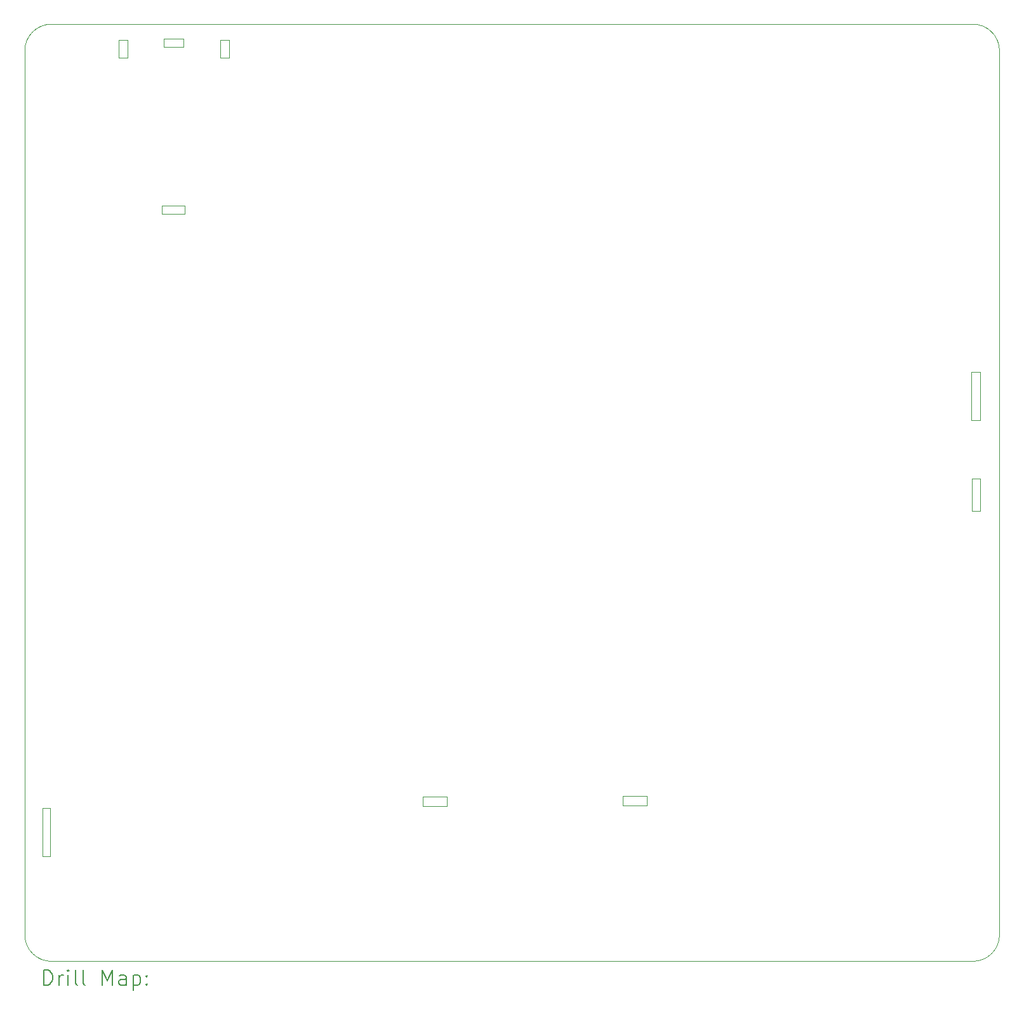
<source format=gbr>
%TF.GenerationSoftware,KiCad,Pcbnew,7.0.7*%
%TF.CreationDate,2023-09-20T17:37:38+02:00*%
%TF.ProjectId,PCE,5043452e-6b69-4636-9164-5f7063625858,rev?*%
%TF.SameCoordinates,Original*%
%TF.FileFunction,Drillmap*%
%TF.FilePolarity,Positive*%
%FSLAX45Y45*%
G04 Gerber Fmt 4.5, Leading zero omitted, Abs format (unit mm)*
G04 Created by KiCad (PCBNEW 7.0.7) date 2023-09-20 17:37:38*
%MOMM*%
%LPD*%
G01*
G04 APERTURE LIST*
%ADD10C,0.100000*%
%ADD11C,0.200000*%
G04 APERTURE END LIST*
D10*
X21342500Y-3129024D02*
X9077835Y-3128689D01*
X11317000Y-3339000D02*
X11433000Y-3339000D01*
X11433000Y-3575000D01*
X11317000Y-3575000D01*
X11317000Y-3339000D01*
X10538000Y-5550000D02*
X10843000Y-5550000D01*
X10843000Y-5662000D01*
X10538000Y-5662000D01*
X10538000Y-5550000D01*
X10568000Y-3322000D02*
X10831000Y-3322000D01*
X10831000Y-3431000D01*
X10568000Y-3431000D01*
X10568000Y-3322000D01*
X21336000Y-7771000D02*
X21456240Y-7771000D01*
X21456240Y-8414000D01*
X21336000Y-8414000D01*
X21336000Y-7771000D01*
X9077835Y-3128690D02*
G75*
G03*
X8710335Y-3496189I-12835J-354665D01*
G01*
X21710000Y-15260854D02*
X21710000Y-3496524D01*
X21709996Y-3496524D02*
G75*
G03*
X21342500Y-3129024I-354666J12834D01*
G01*
X21342500Y-15628360D02*
G75*
G03*
X21710000Y-15260854I12830J354670D01*
G01*
X8710335Y-3496189D02*
X8710670Y-15260854D01*
X8710665Y-15260854D02*
G75*
G03*
X9078170Y-15628354I354665J-12836D01*
G01*
X16689820Y-13426440D02*
X17005820Y-13426440D01*
X17005820Y-13553440D01*
X16689820Y-13553440D01*
X16689820Y-13426440D01*
X9078170Y-15628354D02*
X21342500Y-15628354D01*
X14022300Y-13434060D02*
X14338300Y-13434060D01*
X14338300Y-13556060D01*
X14022300Y-13556060D01*
X14022300Y-13434060D01*
X9962000Y-3339000D02*
X10078000Y-3339000D01*
X10078000Y-3575000D01*
X9962000Y-3575000D01*
X9962000Y-3339000D01*
X21343000Y-9192000D02*
X21455000Y-9192000D01*
X21455000Y-9621000D01*
X21343000Y-9621000D01*
X21343000Y-9192000D01*
X8948000Y-13586000D02*
X9053000Y-13586000D01*
X9053000Y-14229000D01*
X8948000Y-14229000D01*
X8948000Y-13586000D01*
D11*
X8965880Y-15945076D02*
X8965880Y-15745076D01*
X8965880Y-15745076D02*
X9013499Y-15745076D01*
X9013499Y-15745076D02*
X9042070Y-15754600D01*
X9042070Y-15754600D02*
X9061118Y-15773647D01*
X9061118Y-15773647D02*
X9070641Y-15792695D01*
X9070641Y-15792695D02*
X9080165Y-15830790D01*
X9080165Y-15830790D02*
X9080165Y-15859362D01*
X9080165Y-15859362D02*
X9070641Y-15897457D01*
X9070641Y-15897457D02*
X9061118Y-15916504D01*
X9061118Y-15916504D02*
X9042070Y-15935552D01*
X9042070Y-15935552D02*
X9013499Y-15945076D01*
X9013499Y-15945076D02*
X8965880Y-15945076D01*
X9165880Y-15945076D02*
X9165880Y-15811743D01*
X9165880Y-15849838D02*
X9175403Y-15830790D01*
X9175403Y-15830790D02*
X9184927Y-15821266D01*
X9184927Y-15821266D02*
X9203975Y-15811743D01*
X9203975Y-15811743D02*
X9223022Y-15811743D01*
X9289689Y-15945076D02*
X9289689Y-15811743D01*
X9289689Y-15745076D02*
X9280165Y-15754600D01*
X9280165Y-15754600D02*
X9289689Y-15764124D01*
X9289689Y-15764124D02*
X9299213Y-15754600D01*
X9299213Y-15754600D02*
X9289689Y-15745076D01*
X9289689Y-15745076D02*
X9289689Y-15764124D01*
X9413499Y-15945076D02*
X9394451Y-15935552D01*
X9394451Y-15935552D02*
X9384927Y-15916504D01*
X9384927Y-15916504D02*
X9384927Y-15745076D01*
X9518260Y-15945076D02*
X9499213Y-15935552D01*
X9499213Y-15935552D02*
X9489689Y-15916504D01*
X9489689Y-15916504D02*
X9489689Y-15745076D01*
X9746832Y-15945076D02*
X9746832Y-15745076D01*
X9746832Y-15745076D02*
X9813499Y-15887933D01*
X9813499Y-15887933D02*
X9880165Y-15745076D01*
X9880165Y-15745076D02*
X9880165Y-15945076D01*
X10061118Y-15945076D02*
X10061118Y-15840314D01*
X10061118Y-15840314D02*
X10051594Y-15821266D01*
X10051594Y-15821266D02*
X10032546Y-15811743D01*
X10032546Y-15811743D02*
X9994451Y-15811743D01*
X9994451Y-15811743D02*
X9975403Y-15821266D01*
X10061118Y-15935552D02*
X10042070Y-15945076D01*
X10042070Y-15945076D02*
X9994451Y-15945076D01*
X9994451Y-15945076D02*
X9975403Y-15935552D01*
X9975403Y-15935552D02*
X9965880Y-15916504D01*
X9965880Y-15916504D02*
X9965880Y-15897457D01*
X9965880Y-15897457D02*
X9975403Y-15878409D01*
X9975403Y-15878409D02*
X9994451Y-15868885D01*
X9994451Y-15868885D02*
X10042070Y-15868885D01*
X10042070Y-15868885D02*
X10061118Y-15859362D01*
X10156356Y-15811743D02*
X10156356Y-16011743D01*
X10156356Y-15821266D02*
X10175403Y-15811743D01*
X10175403Y-15811743D02*
X10213499Y-15811743D01*
X10213499Y-15811743D02*
X10232546Y-15821266D01*
X10232546Y-15821266D02*
X10242070Y-15830790D01*
X10242070Y-15830790D02*
X10251594Y-15849838D01*
X10251594Y-15849838D02*
X10251594Y-15906981D01*
X10251594Y-15906981D02*
X10242070Y-15926028D01*
X10242070Y-15926028D02*
X10232546Y-15935552D01*
X10232546Y-15935552D02*
X10213499Y-15945076D01*
X10213499Y-15945076D02*
X10175403Y-15945076D01*
X10175403Y-15945076D02*
X10156356Y-15935552D01*
X10337308Y-15926028D02*
X10346832Y-15935552D01*
X10346832Y-15935552D02*
X10337308Y-15945076D01*
X10337308Y-15945076D02*
X10327784Y-15935552D01*
X10327784Y-15935552D02*
X10337308Y-15926028D01*
X10337308Y-15926028D02*
X10337308Y-15945076D01*
X10337308Y-15821266D02*
X10346832Y-15830790D01*
X10346832Y-15830790D02*
X10337308Y-15840314D01*
X10337308Y-15840314D02*
X10327784Y-15830790D01*
X10327784Y-15830790D02*
X10337308Y-15821266D01*
X10337308Y-15821266D02*
X10337308Y-15840314D01*
M02*

</source>
